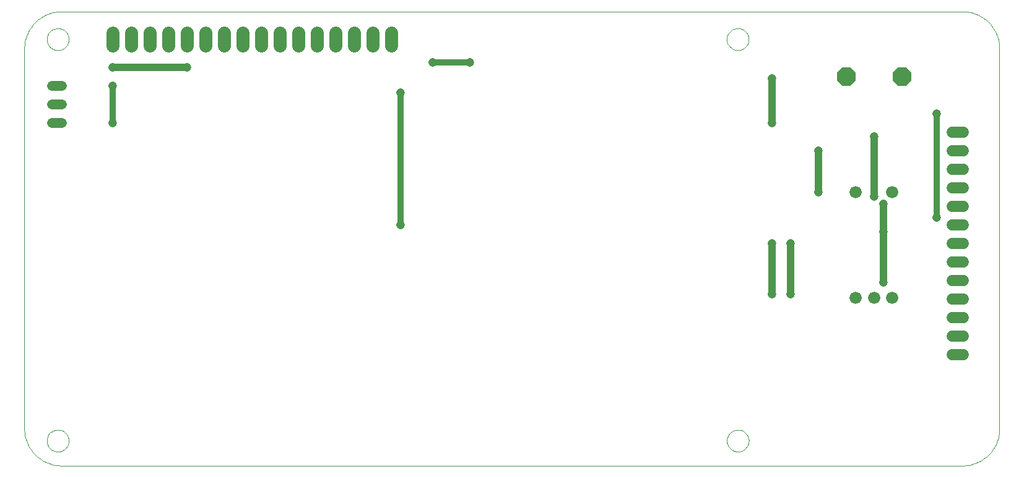
<source format=gtl>
G75*
G70*
%OFA0B0*%
%FSLAX24Y24*%
%IPPOS*%
%LPD*%
%AMOC8*
5,1,8,0,0,1.08239X$1,22.5*
%
%ADD10C,0.0000*%
%ADD11C,0.0700*%
%ADD12C,0.0600*%
%ADD13C,0.0660*%
%ADD14OC8,0.1000*%
%ADD15C,0.0520*%
%ADD16C,0.0400*%
%ADD17C,0.0320*%
%ADD18C,0.0475*%
D10*
X002180Y000680D02*
X050680Y000680D01*
X050775Y000682D01*
X050870Y000689D01*
X050965Y000700D01*
X051059Y000716D01*
X051152Y000736D01*
X051243Y000761D01*
X051334Y000790D01*
X051423Y000823D01*
X051511Y000861D01*
X051596Y000902D01*
X051680Y000948D01*
X051761Y000997D01*
X051840Y001051D01*
X051916Y001108D01*
X051990Y001169D01*
X052060Y001233D01*
X052127Y001300D01*
X052191Y001370D01*
X052252Y001444D01*
X052309Y001520D01*
X052363Y001599D01*
X052412Y001680D01*
X052458Y001764D01*
X052499Y001849D01*
X052537Y001937D01*
X052570Y002026D01*
X052599Y002117D01*
X052624Y002208D01*
X052644Y002301D01*
X052660Y002395D01*
X052671Y002490D01*
X052678Y002585D01*
X052680Y002680D01*
X052680Y023180D01*
X052678Y023275D01*
X052671Y023370D01*
X052660Y023465D01*
X052644Y023559D01*
X052624Y023652D01*
X052599Y023743D01*
X052570Y023834D01*
X052537Y023923D01*
X052499Y024011D01*
X052458Y024096D01*
X052412Y024180D01*
X052363Y024261D01*
X052309Y024340D01*
X052252Y024416D01*
X052191Y024490D01*
X052127Y024560D01*
X052060Y024627D01*
X051990Y024691D01*
X051916Y024752D01*
X051840Y024809D01*
X051761Y024863D01*
X051680Y024912D01*
X051596Y024958D01*
X051511Y024999D01*
X051423Y025037D01*
X051334Y025070D01*
X051243Y025099D01*
X051152Y025124D01*
X051059Y025144D01*
X050965Y025160D01*
X050870Y025171D01*
X050775Y025178D01*
X050680Y025180D01*
X002180Y025180D01*
X001389Y023680D02*
X001391Y023728D01*
X001397Y023776D01*
X001407Y023823D01*
X001420Y023869D01*
X001438Y023914D01*
X001458Y023958D01*
X001483Y024000D01*
X001511Y024039D01*
X001541Y024076D01*
X001575Y024110D01*
X001612Y024142D01*
X001650Y024171D01*
X001691Y024196D01*
X001734Y024218D01*
X001779Y024236D01*
X001825Y024250D01*
X001872Y024261D01*
X001920Y024268D01*
X001968Y024271D01*
X002016Y024270D01*
X002064Y024265D01*
X002112Y024256D01*
X002158Y024244D01*
X002203Y024227D01*
X002247Y024207D01*
X002289Y024184D01*
X002329Y024157D01*
X002367Y024127D01*
X002402Y024094D01*
X002434Y024058D01*
X002464Y024020D01*
X002490Y023979D01*
X002512Y023936D01*
X002532Y023892D01*
X002547Y023847D01*
X002559Y023800D01*
X002567Y023752D01*
X002571Y023704D01*
X002571Y023656D01*
X002567Y023608D01*
X002559Y023560D01*
X002547Y023513D01*
X002532Y023468D01*
X002512Y023424D01*
X002490Y023381D01*
X002464Y023340D01*
X002434Y023302D01*
X002402Y023266D01*
X002367Y023233D01*
X002329Y023203D01*
X002289Y023176D01*
X002247Y023153D01*
X002203Y023133D01*
X002158Y023116D01*
X002112Y023104D01*
X002064Y023095D01*
X002016Y023090D01*
X001968Y023089D01*
X001920Y023092D01*
X001872Y023099D01*
X001825Y023110D01*
X001779Y023124D01*
X001734Y023142D01*
X001691Y023164D01*
X001650Y023189D01*
X001612Y023218D01*
X001575Y023250D01*
X001541Y023284D01*
X001511Y023321D01*
X001483Y023360D01*
X001458Y023402D01*
X001438Y023446D01*
X001420Y023491D01*
X001407Y023537D01*
X001397Y023584D01*
X001391Y023632D01*
X001389Y023680D01*
X000180Y023180D02*
X000182Y023275D01*
X000189Y023370D01*
X000200Y023465D01*
X000216Y023559D01*
X000236Y023652D01*
X000261Y023743D01*
X000290Y023834D01*
X000323Y023923D01*
X000361Y024011D01*
X000402Y024096D01*
X000448Y024180D01*
X000497Y024261D01*
X000551Y024340D01*
X000608Y024416D01*
X000669Y024490D01*
X000733Y024560D01*
X000800Y024627D01*
X000870Y024691D01*
X000944Y024752D01*
X001020Y024809D01*
X001099Y024863D01*
X001180Y024912D01*
X001264Y024958D01*
X001349Y024999D01*
X001437Y025037D01*
X001526Y025070D01*
X001617Y025099D01*
X001708Y025124D01*
X001801Y025144D01*
X001895Y025160D01*
X001990Y025171D01*
X002085Y025178D01*
X002180Y025180D01*
X000180Y023180D02*
X000180Y002680D01*
X001389Y002025D02*
X001391Y002073D01*
X001397Y002121D01*
X001407Y002168D01*
X001420Y002214D01*
X001438Y002259D01*
X001458Y002303D01*
X001483Y002345D01*
X001511Y002384D01*
X001541Y002421D01*
X001575Y002455D01*
X001612Y002487D01*
X001650Y002516D01*
X001691Y002541D01*
X001734Y002563D01*
X001779Y002581D01*
X001825Y002595D01*
X001872Y002606D01*
X001920Y002613D01*
X001968Y002616D01*
X002016Y002615D01*
X002064Y002610D01*
X002112Y002601D01*
X002158Y002589D01*
X002203Y002572D01*
X002247Y002552D01*
X002289Y002529D01*
X002329Y002502D01*
X002367Y002472D01*
X002402Y002439D01*
X002434Y002403D01*
X002464Y002365D01*
X002490Y002324D01*
X002512Y002281D01*
X002532Y002237D01*
X002547Y002192D01*
X002559Y002145D01*
X002567Y002097D01*
X002571Y002049D01*
X002571Y002001D01*
X002567Y001953D01*
X002559Y001905D01*
X002547Y001858D01*
X002532Y001813D01*
X002512Y001769D01*
X002490Y001726D01*
X002464Y001685D01*
X002434Y001647D01*
X002402Y001611D01*
X002367Y001578D01*
X002329Y001548D01*
X002289Y001521D01*
X002247Y001498D01*
X002203Y001478D01*
X002158Y001461D01*
X002112Y001449D01*
X002064Y001440D01*
X002016Y001435D01*
X001968Y001434D01*
X001920Y001437D01*
X001872Y001444D01*
X001825Y001455D01*
X001779Y001469D01*
X001734Y001487D01*
X001691Y001509D01*
X001650Y001534D01*
X001612Y001563D01*
X001575Y001595D01*
X001541Y001629D01*
X001511Y001666D01*
X001483Y001705D01*
X001458Y001747D01*
X001438Y001791D01*
X001420Y001836D01*
X001407Y001882D01*
X001397Y001929D01*
X001391Y001977D01*
X001389Y002025D01*
X000180Y002680D02*
X000182Y002585D01*
X000189Y002490D01*
X000200Y002395D01*
X000216Y002301D01*
X000236Y002208D01*
X000261Y002117D01*
X000290Y002026D01*
X000323Y001937D01*
X000361Y001849D01*
X000402Y001764D01*
X000448Y001680D01*
X000497Y001599D01*
X000551Y001520D01*
X000608Y001444D01*
X000669Y001370D01*
X000733Y001300D01*
X000800Y001233D01*
X000870Y001169D01*
X000944Y001108D01*
X001020Y001051D01*
X001099Y000997D01*
X001180Y000948D01*
X001264Y000902D01*
X001349Y000861D01*
X001437Y000823D01*
X001526Y000790D01*
X001617Y000761D01*
X001708Y000736D01*
X001801Y000716D01*
X001895Y000700D01*
X001990Y000689D01*
X002085Y000682D01*
X002180Y000680D01*
X038004Y002025D02*
X038006Y002073D01*
X038012Y002121D01*
X038022Y002168D01*
X038035Y002214D01*
X038053Y002259D01*
X038073Y002303D01*
X038098Y002345D01*
X038126Y002384D01*
X038156Y002421D01*
X038190Y002455D01*
X038227Y002487D01*
X038265Y002516D01*
X038306Y002541D01*
X038349Y002563D01*
X038394Y002581D01*
X038440Y002595D01*
X038487Y002606D01*
X038535Y002613D01*
X038583Y002616D01*
X038631Y002615D01*
X038679Y002610D01*
X038727Y002601D01*
X038773Y002589D01*
X038818Y002572D01*
X038862Y002552D01*
X038904Y002529D01*
X038944Y002502D01*
X038982Y002472D01*
X039017Y002439D01*
X039049Y002403D01*
X039079Y002365D01*
X039105Y002324D01*
X039127Y002281D01*
X039147Y002237D01*
X039162Y002192D01*
X039174Y002145D01*
X039182Y002097D01*
X039186Y002049D01*
X039186Y002001D01*
X039182Y001953D01*
X039174Y001905D01*
X039162Y001858D01*
X039147Y001813D01*
X039127Y001769D01*
X039105Y001726D01*
X039079Y001685D01*
X039049Y001647D01*
X039017Y001611D01*
X038982Y001578D01*
X038944Y001548D01*
X038904Y001521D01*
X038862Y001498D01*
X038818Y001478D01*
X038773Y001461D01*
X038727Y001449D01*
X038679Y001440D01*
X038631Y001435D01*
X038583Y001434D01*
X038535Y001437D01*
X038487Y001444D01*
X038440Y001455D01*
X038394Y001469D01*
X038349Y001487D01*
X038306Y001509D01*
X038265Y001534D01*
X038227Y001563D01*
X038190Y001595D01*
X038156Y001629D01*
X038126Y001666D01*
X038098Y001705D01*
X038073Y001747D01*
X038053Y001791D01*
X038035Y001836D01*
X038022Y001882D01*
X038012Y001929D01*
X038006Y001977D01*
X038004Y002025D01*
X037999Y023680D02*
X038001Y023728D01*
X038007Y023776D01*
X038017Y023823D01*
X038030Y023869D01*
X038048Y023914D01*
X038068Y023958D01*
X038093Y024000D01*
X038121Y024039D01*
X038151Y024076D01*
X038185Y024110D01*
X038222Y024142D01*
X038260Y024171D01*
X038301Y024196D01*
X038344Y024218D01*
X038389Y024236D01*
X038435Y024250D01*
X038482Y024261D01*
X038530Y024268D01*
X038578Y024271D01*
X038626Y024270D01*
X038674Y024265D01*
X038722Y024256D01*
X038768Y024244D01*
X038813Y024227D01*
X038857Y024207D01*
X038899Y024184D01*
X038939Y024157D01*
X038977Y024127D01*
X039012Y024094D01*
X039044Y024058D01*
X039074Y024020D01*
X039100Y023979D01*
X039122Y023936D01*
X039142Y023892D01*
X039157Y023847D01*
X039169Y023800D01*
X039177Y023752D01*
X039181Y023704D01*
X039181Y023656D01*
X039177Y023608D01*
X039169Y023560D01*
X039157Y023513D01*
X039142Y023468D01*
X039122Y023424D01*
X039100Y023381D01*
X039074Y023340D01*
X039044Y023302D01*
X039012Y023266D01*
X038977Y023233D01*
X038939Y023203D01*
X038899Y023176D01*
X038857Y023153D01*
X038813Y023133D01*
X038768Y023116D01*
X038722Y023104D01*
X038674Y023095D01*
X038626Y023090D01*
X038578Y023089D01*
X038530Y023092D01*
X038482Y023099D01*
X038435Y023110D01*
X038389Y023124D01*
X038344Y023142D01*
X038301Y023164D01*
X038260Y023189D01*
X038222Y023218D01*
X038185Y023250D01*
X038151Y023284D01*
X038121Y023321D01*
X038093Y023360D01*
X038068Y023402D01*
X038048Y023446D01*
X038030Y023491D01*
X038017Y023537D01*
X038007Y023584D01*
X038001Y023632D01*
X037999Y023680D01*
D11*
X019928Y023333D02*
X019928Y024033D01*
X018928Y024033D02*
X018928Y023333D01*
X017928Y023333D02*
X017928Y024033D01*
X016928Y024033D02*
X016928Y023333D01*
X015928Y023333D02*
X015928Y024033D01*
X014928Y024033D02*
X014928Y023333D01*
X013928Y023333D02*
X013928Y024033D01*
X012928Y024033D02*
X012928Y023333D01*
X011928Y023333D02*
X011928Y024033D01*
X010928Y024033D02*
X010928Y023333D01*
X009928Y023333D02*
X009928Y024033D01*
X008928Y024033D02*
X008928Y023333D01*
X007928Y023333D02*
X007928Y024033D01*
X006928Y024033D02*
X006928Y023333D01*
X005928Y023333D02*
X005928Y024033D01*
X004928Y024033D02*
X004928Y023333D01*
D12*
X050130Y018680D02*
X050730Y018680D01*
X050730Y017680D02*
X050130Y017680D01*
X050130Y016680D02*
X050730Y016680D01*
X050730Y015680D02*
X050130Y015680D01*
X050130Y014680D02*
X050730Y014680D01*
X050730Y013680D02*
X050130Y013680D01*
X050130Y012680D02*
X050730Y012680D01*
X050730Y011680D02*
X050130Y011680D01*
X050130Y010680D02*
X050730Y010680D01*
X050730Y009680D02*
X050130Y009680D01*
X050130Y008680D02*
X050730Y008680D01*
X050730Y007680D02*
X050130Y007680D01*
X050130Y006680D02*
X050730Y006680D01*
D13*
X046914Y009727D03*
X045930Y009727D03*
X044946Y009727D03*
X044946Y015436D03*
X046914Y015436D03*
D14*
X047430Y021680D03*
X044430Y021680D03*
D15*
X002190Y021180D02*
X001670Y021180D01*
X001670Y020180D02*
X002190Y020180D01*
X002190Y019180D02*
X001670Y019180D01*
D16*
X004930Y022180D02*
X008930Y022180D01*
X040431Y021554D02*
X040431Y019166D01*
X040430Y019165D01*
X042930Y017680D02*
X042930Y015430D01*
X045930Y015193D02*
X045930Y018430D01*
X046430Y014805D02*
X046430Y013305D01*
X046430Y010567D01*
X041430Y009942D02*
X041430Y012680D01*
X040430Y012680D02*
X040430Y009930D01*
D17*
X049305Y014055D02*
X049305Y019680D01*
X024180Y022430D02*
X022180Y022430D01*
X020430Y020805D02*
X020430Y013680D01*
X004930Y019180D02*
X004930Y021180D01*
D18*
X004930Y021180D03*
X004930Y022180D03*
X008930Y022180D03*
X004930Y019180D03*
X020430Y020805D03*
X022180Y022430D03*
X024180Y022430D03*
X040431Y021554D03*
X040430Y019165D03*
X042930Y017680D03*
X045930Y018430D03*
X049305Y019680D03*
X042930Y015430D03*
X045930Y015193D03*
X046430Y014805D03*
X049305Y014055D03*
X046430Y013305D03*
X041430Y012680D03*
X040430Y012680D03*
X040430Y009930D03*
X041430Y009942D03*
X046430Y010567D03*
X020430Y013680D03*
M02*

</source>
